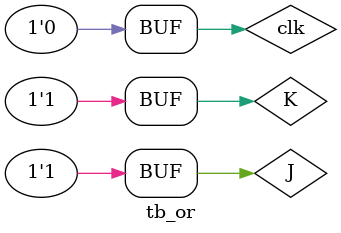
<source format=v>
module tb_or();

// var or const
reg J;
reg K;
reg clk;
wire OUT;

// modules
jkmodule tb(J,K,clk,OUT);

// make vcd file
initial
begin
  $dumpfile("test_out.vcd");
  $dumpvars(0,tb);
  $monitor("%b %b %b",J, K, OUT);
end

initial
begin
  clk = 0;
  repeat(1000)
   #7 clk = ~clk;
end

// start
initial 
begin
  J=0;K=0; #10;
  J=0;K=1; #10;
  J=1;K=0; #10;
  J=1;K=1; #10;
  J=0;K=0; #10;
  J=0;K=1; #10;
  J=1;K=0; #10;
  J=1;K=1; #10;
  J=0;K=0; #10;
  J=0;K=1; #10;
  J=1;K=0; #10;
  J=1;K=1; #10;
  J=0;K=0; #10;
  J=0;K=1; #10;
  J=1;K=0; #10;
  J=1;K=1; #10;
end

endmodule
</source>
